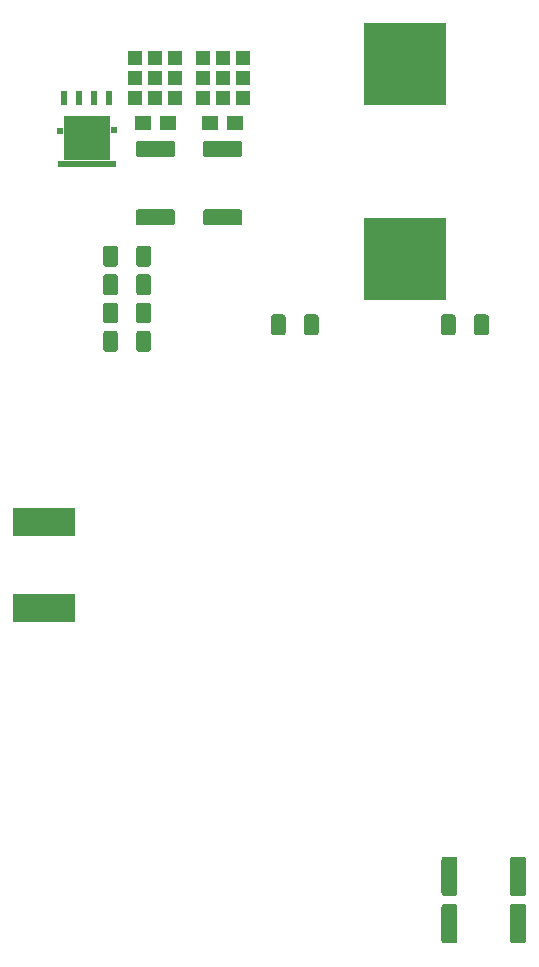
<source format=gbr>
G04 #@! TF.GenerationSoftware,KiCad,Pcbnew,(5.1.2)-2*
G04 #@! TF.CreationDate,2019-10-04T19:12:57-04:00*
G04 #@! TF.ProjectId,High_Current_Buck,48696768-5f43-4757-9272-656e745f4275,rev?*
G04 #@! TF.SameCoordinates,Original*
G04 #@! TF.FileFunction,Paste,Top*
G04 #@! TF.FilePolarity,Positive*
%FSLAX46Y46*%
G04 Gerber Fmt 4.6, Leading zero omitted, Abs format (unit mm)*
G04 Created by KiCad (PCBNEW (5.1.2)-2) date 2019-10-04 19:12:57*
%MOMM*%
%LPD*%
G04 APERTURE LIST*
%ADD10C,0.100000*%
%ADD11C,1.350000*%
%ADD12R,0.600000X0.610000*%
%ADD13R,4.000000X3.810000*%
%ADD14R,5.000000X0.510000*%
%ADD15R,0.610000X1.270000*%
%ADD16R,7.000000X7.000000*%
%ADD17R,5.334000X2.413000*%
%ADD18R,1.250000X1.200000*%
%ADD19R,1.400000X1.270000*%
%ADD20C,1.250000*%
G04 APERTURE END LIST*
D10*
G36*
X96549505Y-113026204D02*
G01*
X96573773Y-113029804D01*
X96597572Y-113035765D01*
X96620671Y-113044030D01*
X96642850Y-113054520D01*
X96663893Y-113067132D01*
X96683599Y-113081747D01*
X96701777Y-113098223D01*
X96718253Y-113116401D01*
X96732868Y-113136107D01*
X96745480Y-113157150D01*
X96755970Y-113179329D01*
X96764235Y-113202428D01*
X96770196Y-113226227D01*
X96773796Y-113250495D01*
X96775000Y-113274999D01*
X96775000Y-116125001D01*
X96773796Y-116149505D01*
X96770196Y-116173773D01*
X96764235Y-116197572D01*
X96755970Y-116220671D01*
X96745480Y-116242850D01*
X96732868Y-116263893D01*
X96718253Y-116283599D01*
X96701777Y-116301777D01*
X96683599Y-116318253D01*
X96663893Y-116332868D01*
X96642850Y-116345480D01*
X96620671Y-116355970D01*
X96597572Y-116364235D01*
X96573773Y-116370196D01*
X96549505Y-116373796D01*
X96525001Y-116375000D01*
X95674999Y-116375000D01*
X95650495Y-116373796D01*
X95626227Y-116370196D01*
X95602428Y-116364235D01*
X95579329Y-116355970D01*
X95557150Y-116345480D01*
X95536107Y-116332868D01*
X95516401Y-116318253D01*
X95498223Y-116301777D01*
X95481747Y-116283599D01*
X95467132Y-116263893D01*
X95454520Y-116242850D01*
X95444030Y-116220671D01*
X95435765Y-116197572D01*
X95429804Y-116173773D01*
X95426204Y-116149505D01*
X95425000Y-116125001D01*
X95425000Y-113274999D01*
X95426204Y-113250495D01*
X95429804Y-113226227D01*
X95435765Y-113202428D01*
X95444030Y-113179329D01*
X95454520Y-113157150D01*
X95467132Y-113136107D01*
X95481747Y-113116401D01*
X95498223Y-113098223D01*
X95516401Y-113081747D01*
X95536107Y-113067132D01*
X95557150Y-113054520D01*
X95579329Y-113044030D01*
X95602428Y-113035765D01*
X95626227Y-113029804D01*
X95650495Y-113026204D01*
X95674999Y-113025000D01*
X96525001Y-113025000D01*
X96549505Y-113026204D01*
X96549505Y-113026204D01*
G37*
D11*
X96100000Y-114700000D03*
D10*
G36*
X90749505Y-113026204D02*
G01*
X90773773Y-113029804D01*
X90797572Y-113035765D01*
X90820671Y-113044030D01*
X90842850Y-113054520D01*
X90863893Y-113067132D01*
X90883599Y-113081747D01*
X90901777Y-113098223D01*
X90918253Y-113116401D01*
X90932868Y-113136107D01*
X90945480Y-113157150D01*
X90955970Y-113179329D01*
X90964235Y-113202428D01*
X90970196Y-113226227D01*
X90973796Y-113250495D01*
X90975000Y-113274999D01*
X90975000Y-116125001D01*
X90973796Y-116149505D01*
X90970196Y-116173773D01*
X90964235Y-116197572D01*
X90955970Y-116220671D01*
X90945480Y-116242850D01*
X90932868Y-116263893D01*
X90918253Y-116283599D01*
X90901777Y-116301777D01*
X90883599Y-116318253D01*
X90863893Y-116332868D01*
X90842850Y-116345480D01*
X90820671Y-116355970D01*
X90797572Y-116364235D01*
X90773773Y-116370196D01*
X90749505Y-116373796D01*
X90725001Y-116375000D01*
X89874999Y-116375000D01*
X89850495Y-116373796D01*
X89826227Y-116370196D01*
X89802428Y-116364235D01*
X89779329Y-116355970D01*
X89757150Y-116345480D01*
X89736107Y-116332868D01*
X89716401Y-116318253D01*
X89698223Y-116301777D01*
X89681747Y-116283599D01*
X89667132Y-116263893D01*
X89654520Y-116242850D01*
X89644030Y-116220671D01*
X89635765Y-116197572D01*
X89629804Y-116173773D01*
X89626204Y-116149505D01*
X89625000Y-116125001D01*
X89625000Y-113274999D01*
X89626204Y-113250495D01*
X89629804Y-113226227D01*
X89635765Y-113202428D01*
X89644030Y-113179329D01*
X89654520Y-113157150D01*
X89667132Y-113136107D01*
X89681747Y-113116401D01*
X89698223Y-113098223D01*
X89716401Y-113081747D01*
X89736107Y-113067132D01*
X89757150Y-113054520D01*
X89779329Y-113044030D01*
X89802428Y-113035765D01*
X89826227Y-113029804D01*
X89850495Y-113026204D01*
X89874999Y-113025000D01*
X90725001Y-113025000D01*
X90749505Y-113026204D01*
X90749505Y-113026204D01*
G37*
D11*
X90300000Y-114700000D03*
D10*
G36*
X96549505Y-117026204D02*
G01*
X96573773Y-117029804D01*
X96597572Y-117035765D01*
X96620671Y-117044030D01*
X96642850Y-117054520D01*
X96663893Y-117067132D01*
X96683599Y-117081747D01*
X96701777Y-117098223D01*
X96718253Y-117116401D01*
X96732868Y-117136107D01*
X96745480Y-117157150D01*
X96755970Y-117179329D01*
X96764235Y-117202428D01*
X96770196Y-117226227D01*
X96773796Y-117250495D01*
X96775000Y-117274999D01*
X96775000Y-120125001D01*
X96773796Y-120149505D01*
X96770196Y-120173773D01*
X96764235Y-120197572D01*
X96755970Y-120220671D01*
X96745480Y-120242850D01*
X96732868Y-120263893D01*
X96718253Y-120283599D01*
X96701777Y-120301777D01*
X96683599Y-120318253D01*
X96663893Y-120332868D01*
X96642850Y-120345480D01*
X96620671Y-120355970D01*
X96597572Y-120364235D01*
X96573773Y-120370196D01*
X96549505Y-120373796D01*
X96525001Y-120375000D01*
X95674999Y-120375000D01*
X95650495Y-120373796D01*
X95626227Y-120370196D01*
X95602428Y-120364235D01*
X95579329Y-120355970D01*
X95557150Y-120345480D01*
X95536107Y-120332868D01*
X95516401Y-120318253D01*
X95498223Y-120301777D01*
X95481747Y-120283599D01*
X95467132Y-120263893D01*
X95454520Y-120242850D01*
X95444030Y-120220671D01*
X95435765Y-120197572D01*
X95429804Y-120173773D01*
X95426204Y-120149505D01*
X95425000Y-120125001D01*
X95425000Y-117274999D01*
X95426204Y-117250495D01*
X95429804Y-117226227D01*
X95435765Y-117202428D01*
X95444030Y-117179329D01*
X95454520Y-117157150D01*
X95467132Y-117136107D01*
X95481747Y-117116401D01*
X95498223Y-117098223D01*
X95516401Y-117081747D01*
X95536107Y-117067132D01*
X95557150Y-117054520D01*
X95579329Y-117044030D01*
X95602428Y-117035765D01*
X95626227Y-117029804D01*
X95650495Y-117026204D01*
X95674999Y-117025000D01*
X96525001Y-117025000D01*
X96549505Y-117026204D01*
X96549505Y-117026204D01*
G37*
D11*
X96100000Y-118700000D03*
D10*
G36*
X90749505Y-117026204D02*
G01*
X90773773Y-117029804D01*
X90797572Y-117035765D01*
X90820671Y-117044030D01*
X90842850Y-117054520D01*
X90863893Y-117067132D01*
X90883599Y-117081747D01*
X90901777Y-117098223D01*
X90918253Y-117116401D01*
X90932868Y-117136107D01*
X90945480Y-117157150D01*
X90955970Y-117179329D01*
X90964235Y-117202428D01*
X90970196Y-117226227D01*
X90973796Y-117250495D01*
X90975000Y-117274999D01*
X90975000Y-120125001D01*
X90973796Y-120149505D01*
X90970196Y-120173773D01*
X90964235Y-120197572D01*
X90955970Y-120220671D01*
X90945480Y-120242850D01*
X90932868Y-120263893D01*
X90918253Y-120283599D01*
X90901777Y-120301777D01*
X90883599Y-120318253D01*
X90863893Y-120332868D01*
X90842850Y-120345480D01*
X90820671Y-120355970D01*
X90797572Y-120364235D01*
X90773773Y-120370196D01*
X90749505Y-120373796D01*
X90725001Y-120375000D01*
X89874999Y-120375000D01*
X89850495Y-120373796D01*
X89826227Y-120370196D01*
X89802428Y-120364235D01*
X89779329Y-120355970D01*
X89757150Y-120345480D01*
X89736107Y-120332868D01*
X89716401Y-120318253D01*
X89698223Y-120301777D01*
X89681747Y-120283599D01*
X89667132Y-120263893D01*
X89654520Y-120242850D01*
X89644030Y-120220671D01*
X89635765Y-120197572D01*
X89629804Y-120173773D01*
X89626204Y-120149505D01*
X89625000Y-120125001D01*
X89625000Y-117274999D01*
X89626204Y-117250495D01*
X89629804Y-117226227D01*
X89635765Y-117202428D01*
X89644030Y-117179329D01*
X89654520Y-117157150D01*
X89667132Y-117136107D01*
X89681747Y-117116401D01*
X89698223Y-117098223D01*
X89716401Y-117081747D01*
X89736107Y-117067132D01*
X89757150Y-117054520D01*
X89779329Y-117044030D01*
X89802428Y-117035765D01*
X89826227Y-117029804D01*
X89850495Y-117026204D01*
X89874999Y-117025000D01*
X90725001Y-117025000D01*
X90749505Y-117026204D01*
X90749505Y-117026204D01*
G37*
D11*
X90300000Y-118700000D03*
D10*
G36*
X72549505Y-58226204D02*
G01*
X72573773Y-58229804D01*
X72597572Y-58235765D01*
X72620671Y-58244030D01*
X72642850Y-58254520D01*
X72663893Y-58267132D01*
X72683599Y-58281747D01*
X72701777Y-58298223D01*
X72718253Y-58316401D01*
X72732868Y-58336107D01*
X72745480Y-58357150D01*
X72755970Y-58379329D01*
X72764235Y-58402428D01*
X72770196Y-58426227D01*
X72773796Y-58450495D01*
X72775000Y-58474999D01*
X72775000Y-59325001D01*
X72773796Y-59349505D01*
X72770196Y-59373773D01*
X72764235Y-59397572D01*
X72755970Y-59420671D01*
X72745480Y-59442850D01*
X72732868Y-59463893D01*
X72718253Y-59483599D01*
X72701777Y-59501777D01*
X72683599Y-59518253D01*
X72663893Y-59532868D01*
X72642850Y-59545480D01*
X72620671Y-59555970D01*
X72597572Y-59564235D01*
X72573773Y-59570196D01*
X72549505Y-59573796D01*
X72525001Y-59575000D01*
X69674999Y-59575000D01*
X69650495Y-59573796D01*
X69626227Y-59570196D01*
X69602428Y-59564235D01*
X69579329Y-59555970D01*
X69557150Y-59545480D01*
X69536107Y-59532868D01*
X69516401Y-59518253D01*
X69498223Y-59501777D01*
X69481747Y-59483599D01*
X69467132Y-59463893D01*
X69454520Y-59442850D01*
X69444030Y-59420671D01*
X69435765Y-59397572D01*
X69429804Y-59373773D01*
X69426204Y-59349505D01*
X69425000Y-59325001D01*
X69425000Y-58474999D01*
X69426204Y-58450495D01*
X69429804Y-58426227D01*
X69435765Y-58402428D01*
X69444030Y-58379329D01*
X69454520Y-58357150D01*
X69467132Y-58336107D01*
X69481747Y-58316401D01*
X69498223Y-58298223D01*
X69516401Y-58281747D01*
X69536107Y-58267132D01*
X69557150Y-58254520D01*
X69579329Y-58244030D01*
X69602428Y-58235765D01*
X69626227Y-58229804D01*
X69650495Y-58226204D01*
X69674999Y-58225000D01*
X72525001Y-58225000D01*
X72549505Y-58226204D01*
X72549505Y-58226204D01*
G37*
D11*
X71100000Y-58900000D03*
D10*
G36*
X72549505Y-52426204D02*
G01*
X72573773Y-52429804D01*
X72597572Y-52435765D01*
X72620671Y-52444030D01*
X72642850Y-52454520D01*
X72663893Y-52467132D01*
X72683599Y-52481747D01*
X72701777Y-52498223D01*
X72718253Y-52516401D01*
X72732868Y-52536107D01*
X72745480Y-52557150D01*
X72755970Y-52579329D01*
X72764235Y-52602428D01*
X72770196Y-52626227D01*
X72773796Y-52650495D01*
X72775000Y-52674999D01*
X72775000Y-53525001D01*
X72773796Y-53549505D01*
X72770196Y-53573773D01*
X72764235Y-53597572D01*
X72755970Y-53620671D01*
X72745480Y-53642850D01*
X72732868Y-53663893D01*
X72718253Y-53683599D01*
X72701777Y-53701777D01*
X72683599Y-53718253D01*
X72663893Y-53732868D01*
X72642850Y-53745480D01*
X72620671Y-53755970D01*
X72597572Y-53764235D01*
X72573773Y-53770196D01*
X72549505Y-53773796D01*
X72525001Y-53775000D01*
X69674999Y-53775000D01*
X69650495Y-53773796D01*
X69626227Y-53770196D01*
X69602428Y-53764235D01*
X69579329Y-53755970D01*
X69557150Y-53745480D01*
X69536107Y-53732868D01*
X69516401Y-53718253D01*
X69498223Y-53701777D01*
X69481747Y-53683599D01*
X69467132Y-53663893D01*
X69454520Y-53642850D01*
X69444030Y-53620671D01*
X69435765Y-53597572D01*
X69429804Y-53573773D01*
X69426204Y-53549505D01*
X69425000Y-53525001D01*
X69425000Y-52674999D01*
X69426204Y-52650495D01*
X69429804Y-52626227D01*
X69435765Y-52602428D01*
X69444030Y-52579329D01*
X69454520Y-52557150D01*
X69467132Y-52536107D01*
X69481747Y-52516401D01*
X69498223Y-52498223D01*
X69516401Y-52481747D01*
X69536107Y-52467132D01*
X69557150Y-52454520D01*
X69579329Y-52444030D01*
X69602428Y-52435765D01*
X69626227Y-52429804D01*
X69650495Y-52426204D01*
X69674999Y-52425000D01*
X72525001Y-52425000D01*
X72549505Y-52426204D01*
X72549505Y-52426204D01*
G37*
D11*
X71100000Y-53100000D03*
D10*
G36*
X66849505Y-58226204D02*
G01*
X66873773Y-58229804D01*
X66897572Y-58235765D01*
X66920671Y-58244030D01*
X66942850Y-58254520D01*
X66963893Y-58267132D01*
X66983599Y-58281747D01*
X67001777Y-58298223D01*
X67018253Y-58316401D01*
X67032868Y-58336107D01*
X67045480Y-58357150D01*
X67055970Y-58379329D01*
X67064235Y-58402428D01*
X67070196Y-58426227D01*
X67073796Y-58450495D01*
X67075000Y-58474999D01*
X67075000Y-59325001D01*
X67073796Y-59349505D01*
X67070196Y-59373773D01*
X67064235Y-59397572D01*
X67055970Y-59420671D01*
X67045480Y-59442850D01*
X67032868Y-59463893D01*
X67018253Y-59483599D01*
X67001777Y-59501777D01*
X66983599Y-59518253D01*
X66963893Y-59532868D01*
X66942850Y-59545480D01*
X66920671Y-59555970D01*
X66897572Y-59564235D01*
X66873773Y-59570196D01*
X66849505Y-59573796D01*
X66825001Y-59575000D01*
X63974999Y-59575000D01*
X63950495Y-59573796D01*
X63926227Y-59570196D01*
X63902428Y-59564235D01*
X63879329Y-59555970D01*
X63857150Y-59545480D01*
X63836107Y-59532868D01*
X63816401Y-59518253D01*
X63798223Y-59501777D01*
X63781747Y-59483599D01*
X63767132Y-59463893D01*
X63754520Y-59442850D01*
X63744030Y-59420671D01*
X63735765Y-59397572D01*
X63729804Y-59373773D01*
X63726204Y-59349505D01*
X63725000Y-59325001D01*
X63725000Y-58474999D01*
X63726204Y-58450495D01*
X63729804Y-58426227D01*
X63735765Y-58402428D01*
X63744030Y-58379329D01*
X63754520Y-58357150D01*
X63767132Y-58336107D01*
X63781747Y-58316401D01*
X63798223Y-58298223D01*
X63816401Y-58281747D01*
X63836107Y-58267132D01*
X63857150Y-58254520D01*
X63879329Y-58244030D01*
X63902428Y-58235765D01*
X63926227Y-58229804D01*
X63950495Y-58226204D01*
X63974999Y-58225000D01*
X66825001Y-58225000D01*
X66849505Y-58226204D01*
X66849505Y-58226204D01*
G37*
D11*
X65400000Y-58900000D03*
D10*
G36*
X66849505Y-52426204D02*
G01*
X66873773Y-52429804D01*
X66897572Y-52435765D01*
X66920671Y-52444030D01*
X66942850Y-52454520D01*
X66963893Y-52467132D01*
X66983599Y-52481747D01*
X67001777Y-52498223D01*
X67018253Y-52516401D01*
X67032868Y-52536107D01*
X67045480Y-52557150D01*
X67055970Y-52579329D01*
X67064235Y-52602428D01*
X67070196Y-52626227D01*
X67073796Y-52650495D01*
X67075000Y-52674999D01*
X67075000Y-53525001D01*
X67073796Y-53549505D01*
X67070196Y-53573773D01*
X67064235Y-53597572D01*
X67055970Y-53620671D01*
X67045480Y-53642850D01*
X67032868Y-53663893D01*
X67018253Y-53683599D01*
X67001777Y-53701777D01*
X66983599Y-53718253D01*
X66963893Y-53732868D01*
X66942850Y-53745480D01*
X66920671Y-53755970D01*
X66897572Y-53764235D01*
X66873773Y-53770196D01*
X66849505Y-53773796D01*
X66825001Y-53775000D01*
X63974999Y-53775000D01*
X63950495Y-53773796D01*
X63926227Y-53770196D01*
X63902428Y-53764235D01*
X63879329Y-53755970D01*
X63857150Y-53745480D01*
X63836107Y-53732868D01*
X63816401Y-53718253D01*
X63798223Y-53701777D01*
X63781747Y-53683599D01*
X63767132Y-53663893D01*
X63754520Y-53642850D01*
X63744030Y-53620671D01*
X63735765Y-53597572D01*
X63729804Y-53573773D01*
X63726204Y-53549505D01*
X63725000Y-53525001D01*
X63725000Y-52674999D01*
X63726204Y-52650495D01*
X63729804Y-52626227D01*
X63735765Y-52602428D01*
X63744030Y-52579329D01*
X63754520Y-52557150D01*
X63767132Y-52536107D01*
X63781747Y-52516401D01*
X63798223Y-52498223D01*
X63816401Y-52481747D01*
X63836107Y-52467132D01*
X63857150Y-52454520D01*
X63879329Y-52444030D01*
X63902428Y-52435765D01*
X63926227Y-52429804D01*
X63950495Y-52426204D01*
X63974999Y-52425000D01*
X66825001Y-52425000D01*
X66849505Y-52426204D01*
X66849505Y-52426204D01*
G37*
D11*
X65400000Y-53100000D03*
D12*
X57355000Y-51615000D03*
X61855000Y-51515000D03*
D13*
X59605000Y-52205000D03*
D14*
X59605000Y-54365000D03*
D15*
X57700000Y-48800000D03*
X58970000Y-48800000D03*
X60240000Y-48800000D03*
X61510000Y-48800000D03*
D16*
X86500000Y-62400000D03*
X86500000Y-45900000D03*
D17*
X56000000Y-84700000D03*
X56000000Y-91940000D03*
D18*
X69400000Y-45440000D03*
X72800000Y-45440000D03*
X71100000Y-45440000D03*
X69400000Y-47100000D03*
X71100000Y-47100000D03*
X72800000Y-47100000D03*
X69400000Y-48790000D03*
X71100000Y-48790000D03*
X72800000Y-48790000D03*
D19*
X70060000Y-50905000D03*
X72140000Y-50905000D03*
D18*
X63700000Y-45440000D03*
X67100000Y-45440000D03*
X65400000Y-45440000D03*
X63700000Y-47100000D03*
X65400000Y-47100000D03*
X67100000Y-47100000D03*
X63700000Y-48790000D03*
X65400000Y-48790000D03*
X67100000Y-48790000D03*
D19*
X64360000Y-50905000D03*
X66440000Y-50905000D03*
D10*
G36*
X93399504Y-67126204D02*
G01*
X93423773Y-67129804D01*
X93447571Y-67135765D01*
X93470671Y-67144030D01*
X93492849Y-67154520D01*
X93513893Y-67167133D01*
X93533598Y-67181747D01*
X93551777Y-67198223D01*
X93568253Y-67216402D01*
X93582867Y-67236107D01*
X93595480Y-67257151D01*
X93605970Y-67279329D01*
X93614235Y-67302429D01*
X93620196Y-67326227D01*
X93623796Y-67350496D01*
X93625000Y-67375000D01*
X93625000Y-68625000D01*
X93623796Y-68649504D01*
X93620196Y-68673773D01*
X93614235Y-68697571D01*
X93605970Y-68720671D01*
X93595480Y-68742849D01*
X93582867Y-68763893D01*
X93568253Y-68783598D01*
X93551777Y-68801777D01*
X93533598Y-68818253D01*
X93513893Y-68832867D01*
X93492849Y-68845480D01*
X93470671Y-68855970D01*
X93447571Y-68864235D01*
X93423773Y-68870196D01*
X93399504Y-68873796D01*
X93375000Y-68875000D01*
X92625000Y-68875000D01*
X92600496Y-68873796D01*
X92576227Y-68870196D01*
X92552429Y-68864235D01*
X92529329Y-68855970D01*
X92507151Y-68845480D01*
X92486107Y-68832867D01*
X92466402Y-68818253D01*
X92448223Y-68801777D01*
X92431747Y-68783598D01*
X92417133Y-68763893D01*
X92404520Y-68742849D01*
X92394030Y-68720671D01*
X92385765Y-68697571D01*
X92379804Y-68673773D01*
X92376204Y-68649504D01*
X92375000Y-68625000D01*
X92375000Y-67375000D01*
X92376204Y-67350496D01*
X92379804Y-67326227D01*
X92385765Y-67302429D01*
X92394030Y-67279329D01*
X92404520Y-67257151D01*
X92417133Y-67236107D01*
X92431747Y-67216402D01*
X92448223Y-67198223D01*
X92466402Y-67181747D01*
X92486107Y-67167133D01*
X92507151Y-67154520D01*
X92529329Y-67144030D01*
X92552429Y-67135765D01*
X92576227Y-67129804D01*
X92600496Y-67126204D01*
X92625000Y-67125000D01*
X93375000Y-67125000D01*
X93399504Y-67126204D01*
X93399504Y-67126204D01*
G37*
D20*
X93000000Y-68000000D03*
D10*
G36*
X90599504Y-67126204D02*
G01*
X90623773Y-67129804D01*
X90647571Y-67135765D01*
X90670671Y-67144030D01*
X90692849Y-67154520D01*
X90713893Y-67167133D01*
X90733598Y-67181747D01*
X90751777Y-67198223D01*
X90768253Y-67216402D01*
X90782867Y-67236107D01*
X90795480Y-67257151D01*
X90805970Y-67279329D01*
X90814235Y-67302429D01*
X90820196Y-67326227D01*
X90823796Y-67350496D01*
X90825000Y-67375000D01*
X90825000Y-68625000D01*
X90823796Y-68649504D01*
X90820196Y-68673773D01*
X90814235Y-68697571D01*
X90805970Y-68720671D01*
X90795480Y-68742849D01*
X90782867Y-68763893D01*
X90768253Y-68783598D01*
X90751777Y-68801777D01*
X90733598Y-68818253D01*
X90713893Y-68832867D01*
X90692849Y-68845480D01*
X90670671Y-68855970D01*
X90647571Y-68864235D01*
X90623773Y-68870196D01*
X90599504Y-68873796D01*
X90575000Y-68875000D01*
X89825000Y-68875000D01*
X89800496Y-68873796D01*
X89776227Y-68870196D01*
X89752429Y-68864235D01*
X89729329Y-68855970D01*
X89707151Y-68845480D01*
X89686107Y-68832867D01*
X89666402Y-68818253D01*
X89648223Y-68801777D01*
X89631747Y-68783598D01*
X89617133Y-68763893D01*
X89604520Y-68742849D01*
X89594030Y-68720671D01*
X89585765Y-68697571D01*
X89579804Y-68673773D01*
X89576204Y-68649504D01*
X89575000Y-68625000D01*
X89575000Y-67375000D01*
X89576204Y-67350496D01*
X89579804Y-67326227D01*
X89585765Y-67302429D01*
X89594030Y-67279329D01*
X89604520Y-67257151D01*
X89617133Y-67236107D01*
X89631747Y-67216402D01*
X89648223Y-67198223D01*
X89666402Y-67181747D01*
X89686107Y-67167133D01*
X89707151Y-67154520D01*
X89729329Y-67144030D01*
X89752429Y-67135765D01*
X89776227Y-67129804D01*
X89800496Y-67126204D01*
X89825000Y-67125000D01*
X90575000Y-67125000D01*
X90599504Y-67126204D01*
X90599504Y-67126204D01*
G37*
D20*
X90200000Y-68000000D03*
D10*
G36*
X76199504Y-67126204D02*
G01*
X76223773Y-67129804D01*
X76247571Y-67135765D01*
X76270671Y-67144030D01*
X76292849Y-67154520D01*
X76313893Y-67167133D01*
X76333598Y-67181747D01*
X76351777Y-67198223D01*
X76368253Y-67216402D01*
X76382867Y-67236107D01*
X76395480Y-67257151D01*
X76405970Y-67279329D01*
X76414235Y-67302429D01*
X76420196Y-67326227D01*
X76423796Y-67350496D01*
X76425000Y-67375000D01*
X76425000Y-68625000D01*
X76423796Y-68649504D01*
X76420196Y-68673773D01*
X76414235Y-68697571D01*
X76405970Y-68720671D01*
X76395480Y-68742849D01*
X76382867Y-68763893D01*
X76368253Y-68783598D01*
X76351777Y-68801777D01*
X76333598Y-68818253D01*
X76313893Y-68832867D01*
X76292849Y-68845480D01*
X76270671Y-68855970D01*
X76247571Y-68864235D01*
X76223773Y-68870196D01*
X76199504Y-68873796D01*
X76175000Y-68875000D01*
X75425000Y-68875000D01*
X75400496Y-68873796D01*
X75376227Y-68870196D01*
X75352429Y-68864235D01*
X75329329Y-68855970D01*
X75307151Y-68845480D01*
X75286107Y-68832867D01*
X75266402Y-68818253D01*
X75248223Y-68801777D01*
X75231747Y-68783598D01*
X75217133Y-68763893D01*
X75204520Y-68742849D01*
X75194030Y-68720671D01*
X75185765Y-68697571D01*
X75179804Y-68673773D01*
X75176204Y-68649504D01*
X75175000Y-68625000D01*
X75175000Y-67375000D01*
X75176204Y-67350496D01*
X75179804Y-67326227D01*
X75185765Y-67302429D01*
X75194030Y-67279329D01*
X75204520Y-67257151D01*
X75217133Y-67236107D01*
X75231747Y-67216402D01*
X75248223Y-67198223D01*
X75266402Y-67181747D01*
X75286107Y-67167133D01*
X75307151Y-67154520D01*
X75329329Y-67144030D01*
X75352429Y-67135765D01*
X75376227Y-67129804D01*
X75400496Y-67126204D01*
X75425000Y-67125000D01*
X76175000Y-67125000D01*
X76199504Y-67126204D01*
X76199504Y-67126204D01*
G37*
D20*
X75800000Y-68000000D03*
D10*
G36*
X78999504Y-67126204D02*
G01*
X79023773Y-67129804D01*
X79047571Y-67135765D01*
X79070671Y-67144030D01*
X79092849Y-67154520D01*
X79113893Y-67167133D01*
X79133598Y-67181747D01*
X79151777Y-67198223D01*
X79168253Y-67216402D01*
X79182867Y-67236107D01*
X79195480Y-67257151D01*
X79205970Y-67279329D01*
X79214235Y-67302429D01*
X79220196Y-67326227D01*
X79223796Y-67350496D01*
X79225000Y-67375000D01*
X79225000Y-68625000D01*
X79223796Y-68649504D01*
X79220196Y-68673773D01*
X79214235Y-68697571D01*
X79205970Y-68720671D01*
X79195480Y-68742849D01*
X79182867Y-68763893D01*
X79168253Y-68783598D01*
X79151777Y-68801777D01*
X79133598Y-68818253D01*
X79113893Y-68832867D01*
X79092849Y-68845480D01*
X79070671Y-68855970D01*
X79047571Y-68864235D01*
X79023773Y-68870196D01*
X78999504Y-68873796D01*
X78975000Y-68875000D01*
X78225000Y-68875000D01*
X78200496Y-68873796D01*
X78176227Y-68870196D01*
X78152429Y-68864235D01*
X78129329Y-68855970D01*
X78107151Y-68845480D01*
X78086107Y-68832867D01*
X78066402Y-68818253D01*
X78048223Y-68801777D01*
X78031747Y-68783598D01*
X78017133Y-68763893D01*
X78004520Y-68742849D01*
X77994030Y-68720671D01*
X77985765Y-68697571D01*
X77979804Y-68673773D01*
X77976204Y-68649504D01*
X77975000Y-68625000D01*
X77975000Y-67375000D01*
X77976204Y-67350496D01*
X77979804Y-67326227D01*
X77985765Y-67302429D01*
X77994030Y-67279329D01*
X78004520Y-67257151D01*
X78017133Y-67236107D01*
X78031747Y-67216402D01*
X78048223Y-67198223D01*
X78066402Y-67181747D01*
X78086107Y-67167133D01*
X78107151Y-67154520D01*
X78129329Y-67144030D01*
X78152429Y-67135765D01*
X78176227Y-67129804D01*
X78200496Y-67126204D01*
X78225000Y-67125000D01*
X78975000Y-67125000D01*
X78999504Y-67126204D01*
X78999504Y-67126204D01*
G37*
D20*
X78600000Y-68000000D03*
D10*
G36*
X64799504Y-61326204D02*
G01*
X64823773Y-61329804D01*
X64847571Y-61335765D01*
X64870671Y-61344030D01*
X64892849Y-61354520D01*
X64913893Y-61367133D01*
X64933598Y-61381747D01*
X64951777Y-61398223D01*
X64968253Y-61416402D01*
X64982867Y-61436107D01*
X64995480Y-61457151D01*
X65005970Y-61479329D01*
X65014235Y-61502429D01*
X65020196Y-61526227D01*
X65023796Y-61550496D01*
X65025000Y-61575000D01*
X65025000Y-62825000D01*
X65023796Y-62849504D01*
X65020196Y-62873773D01*
X65014235Y-62897571D01*
X65005970Y-62920671D01*
X64995480Y-62942849D01*
X64982867Y-62963893D01*
X64968253Y-62983598D01*
X64951777Y-63001777D01*
X64933598Y-63018253D01*
X64913893Y-63032867D01*
X64892849Y-63045480D01*
X64870671Y-63055970D01*
X64847571Y-63064235D01*
X64823773Y-63070196D01*
X64799504Y-63073796D01*
X64775000Y-63075000D01*
X64025000Y-63075000D01*
X64000496Y-63073796D01*
X63976227Y-63070196D01*
X63952429Y-63064235D01*
X63929329Y-63055970D01*
X63907151Y-63045480D01*
X63886107Y-63032867D01*
X63866402Y-63018253D01*
X63848223Y-63001777D01*
X63831747Y-62983598D01*
X63817133Y-62963893D01*
X63804520Y-62942849D01*
X63794030Y-62920671D01*
X63785765Y-62897571D01*
X63779804Y-62873773D01*
X63776204Y-62849504D01*
X63775000Y-62825000D01*
X63775000Y-61575000D01*
X63776204Y-61550496D01*
X63779804Y-61526227D01*
X63785765Y-61502429D01*
X63794030Y-61479329D01*
X63804520Y-61457151D01*
X63817133Y-61436107D01*
X63831747Y-61416402D01*
X63848223Y-61398223D01*
X63866402Y-61381747D01*
X63886107Y-61367133D01*
X63907151Y-61354520D01*
X63929329Y-61344030D01*
X63952429Y-61335765D01*
X63976227Y-61329804D01*
X64000496Y-61326204D01*
X64025000Y-61325000D01*
X64775000Y-61325000D01*
X64799504Y-61326204D01*
X64799504Y-61326204D01*
G37*
D20*
X64400000Y-62200000D03*
D10*
G36*
X61999504Y-61326204D02*
G01*
X62023773Y-61329804D01*
X62047571Y-61335765D01*
X62070671Y-61344030D01*
X62092849Y-61354520D01*
X62113893Y-61367133D01*
X62133598Y-61381747D01*
X62151777Y-61398223D01*
X62168253Y-61416402D01*
X62182867Y-61436107D01*
X62195480Y-61457151D01*
X62205970Y-61479329D01*
X62214235Y-61502429D01*
X62220196Y-61526227D01*
X62223796Y-61550496D01*
X62225000Y-61575000D01*
X62225000Y-62825000D01*
X62223796Y-62849504D01*
X62220196Y-62873773D01*
X62214235Y-62897571D01*
X62205970Y-62920671D01*
X62195480Y-62942849D01*
X62182867Y-62963893D01*
X62168253Y-62983598D01*
X62151777Y-63001777D01*
X62133598Y-63018253D01*
X62113893Y-63032867D01*
X62092849Y-63045480D01*
X62070671Y-63055970D01*
X62047571Y-63064235D01*
X62023773Y-63070196D01*
X61999504Y-63073796D01*
X61975000Y-63075000D01*
X61225000Y-63075000D01*
X61200496Y-63073796D01*
X61176227Y-63070196D01*
X61152429Y-63064235D01*
X61129329Y-63055970D01*
X61107151Y-63045480D01*
X61086107Y-63032867D01*
X61066402Y-63018253D01*
X61048223Y-63001777D01*
X61031747Y-62983598D01*
X61017133Y-62963893D01*
X61004520Y-62942849D01*
X60994030Y-62920671D01*
X60985765Y-62897571D01*
X60979804Y-62873773D01*
X60976204Y-62849504D01*
X60975000Y-62825000D01*
X60975000Y-61575000D01*
X60976204Y-61550496D01*
X60979804Y-61526227D01*
X60985765Y-61502429D01*
X60994030Y-61479329D01*
X61004520Y-61457151D01*
X61017133Y-61436107D01*
X61031747Y-61416402D01*
X61048223Y-61398223D01*
X61066402Y-61381747D01*
X61086107Y-61367133D01*
X61107151Y-61354520D01*
X61129329Y-61344030D01*
X61152429Y-61335765D01*
X61176227Y-61329804D01*
X61200496Y-61326204D01*
X61225000Y-61325000D01*
X61975000Y-61325000D01*
X61999504Y-61326204D01*
X61999504Y-61326204D01*
G37*
D20*
X61600000Y-62200000D03*
D10*
G36*
X64799504Y-63726204D02*
G01*
X64823773Y-63729804D01*
X64847571Y-63735765D01*
X64870671Y-63744030D01*
X64892849Y-63754520D01*
X64913893Y-63767133D01*
X64933598Y-63781747D01*
X64951777Y-63798223D01*
X64968253Y-63816402D01*
X64982867Y-63836107D01*
X64995480Y-63857151D01*
X65005970Y-63879329D01*
X65014235Y-63902429D01*
X65020196Y-63926227D01*
X65023796Y-63950496D01*
X65025000Y-63975000D01*
X65025000Y-65225000D01*
X65023796Y-65249504D01*
X65020196Y-65273773D01*
X65014235Y-65297571D01*
X65005970Y-65320671D01*
X64995480Y-65342849D01*
X64982867Y-65363893D01*
X64968253Y-65383598D01*
X64951777Y-65401777D01*
X64933598Y-65418253D01*
X64913893Y-65432867D01*
X64892849Y-65445480D01*
X64870671Y-65455970D01*
X64847571Y-65464235D01*
X64823773Y-65470196D01*
X64799504Y-65473796D01*
X64775000Y-65475000D01*
X64025000Y-65475000D01*
X64000496Y-65473796D01*
X63976227Y-65470196D01*
X63952429Y-65464235D01*
X63929329Y-65455970D01*
X63907151Y-65445480D01*
X63886107Y-65432867D01*
X63866402Y-65418253D01*
X63848223Y-65401777D01*
X63831747Y-65383598D01*
X63817133Y-65363893D01*
X63804520Y-65342849D01*
X63794030Y-65320671D01*
X63785765Y-65297571D01*
X63779804Y-65273773D01*
X63776204Y-65249504D01*
X63775000Y-65225000D01*
X63775000Y-63975000D01*
X63776204Y-63950496D01*
X63779804Y-63926227D01*
X63785765Y-63902429D01*
X63794030Y-63879329D01*
X63804520Y-63857151D01*
X63817133Y-63836107D01*
X63831747Y-63816402D01*
X63848223Y-63798223D01*
X63866402Y-63781747D01*
X63886107Y-63767133D01*
X63907151Y-63754520D01*
X63929329Y-63744030D01*
X63952429Y-63735765D01*
X63976227Y-63729804D01*
X64000496Y-63726204D01*
X64025000Y-63725000D01*
X64775000Y-63725000D01*
X64799504Y-63726204D01*
X64799504Y-63726204D01*
G37*
D20*
X64400000Y-64600000D03*
D10*
G36*
X61999504Y-63726204D02*
G01*
X62023773Y-63729804D01*
X62047571Y-63735765D01*
X62070671Y-63744030D01*
X62092849Y-63754520D01*
X62113893Y-63767133D01*
X62133598Y-63781747D01*
X62151777Y-63798223D01*
X62168253Y-63816402D01*
X62182867Y-63836107D01*
X62195480Y-63857151D01*
X62205970Y-63879329D01*
X62214235Y-63902429D01*
X62220196Y-63926227D01*
X62223796Y-63950496D01*
X62225000Y-63975000D01*
X62225000Y-65225000D01*
X62223796Y-65249504D01*
X62220196Y-65273773D01*
X62214235Y-65297571D01*
X62205970Y-65320671D01*
X62195480Y-65342849D01*
X62182867Y-65363893D01*
X62168253Y-65383598D01*
X62151777Y-65401777D01*
X62133598Y-65418253D01*
X62113893Y-65432867D01*
X62092849Y-65445480D01*
X62070671Y-65455970D01*
X62047571Y-65464235D01*
X62023773Y-65470196D01*
X61999504Y-65473796D01*
X61975000Y-65475000D01*
X61225000Y-65475000D01*
X61200496Y-65473796D01*
X61176227Y-65470196D01*
X61152429Y-65464235D01*
X61129329Y-65455970D01*
X61107151Y-65445480D01*
X61086107Y-65432867D01*
X61066402Y-65418253D01*
X61048223Y-65401777D01*
X61031747Y-65383598D01*
X61017133Y-65363893D01*
X61004520Y-65342849D01*
X60994030Y-65320671D01*
X60985765Y-65297571D01*
X60979804Y-65273773D01*
X60976204Y-65249504D01*
X60975000Y-65225000D01*
X60975000Y-63975000D01*
X60976204Y-63950496D01*
X60979804Y-63926227D01*
X60985765Y-63902429D01*
X60994030Y-63879329D01*
X61004520Y-63857151D01*
X61017133Y-63836107D01*
X61031747Y-63816402D01*
X61048223Y-63798223D01*
X61066402Y-63781747D01*
X61086107Y-63767133D01*
X61107151Y-63754520D01*
X61129329Y-63744030D01*
X61152429Y-63735765D01*
X61176227Y-63729804D01*
X61200496Y-63726204D01*
X61225000Y-63725000D01*
X61975000Y-63725000D01*
X61999504Y-63726204D01*
X61999504Y-63726204D01*
G37*
D20*
X61600000Y-64600000D03*
D10*
G36*
X64799504Y-66126204D02*
G01*
X64823773Y-66129804D01*
X64847571Y-66135765D01*
X64870671Y-66144030D01*
X64892849Y-66154520D01*
X64913893Y-66167133D01*
X64933598Y-66181747D01*
X64951777Y-66198223D01*
X64968253Y-66216402D01*
X64982867Y-66236107D01*
X64995480Y-66257151D01*
X65005970Y-66279329D01*
X65014235Y-66302429D01*
X65020196Y-66326227D01*
X65023796Y-66350496D01*
X65025000Y-66375000D01*
X65025000Y-67625000D01*
X65023796Y-67649504D01*
X65020196Y-67673773D01*
X65014235Y-67697571D01*
X65005970Y-67720671D01*
X64995480Y-67742849D01*
X64982867Y-67763893D01*
X64968253Y-67783598D01*
X64951777Y-67801777D01*
X64933598Y-67818253D01*
X64913893Y-67832867D01*
X64892849Y-67845480D01*
X64870671Y-67855970D01*
X64847571Y-67864235D01*
X64823773Y-67870196D01*
X64799504Y-67873796D01*
X64775000Y-67875000D01*
X64025000Y-67875000D01*
X64000496Y-67873796D01*
X63976227Y-67870196D01*
X63952429Y-67864235D01*
X63929329Y-67855970D01*
X63907151Y-67845480D01*
X63886107Y-67832867D01*
X63866402Y-67818253D01*
X63848223Y-67801777D01*
X63831747Y-67783598D01*
X63817133Y-67763893D01*
X63804520Y-67742849D01*
X63794030Y-67720671D01*
X63785765Y-67697571D01*
X63779804Y-67673773D01*
X63776204Y-67649504D01*
X63775000Y-67625000D01*
X63775000Y-66375000D01*
X63776204Y-66350496D01*
X63779804Y-66326227D01*
X63785765Y-66302429D01*
X63794030Y-66279329D01*
X63804520Y-66257151D01*
X63817133Y-66236107D01*
X63831747Y-66216402D01*
X63848223Y-66198223D01*
X63866402Y-66181747D01*
X63886107Y-66167133D01*
X63907151Y-66154520D01*
X63929329Y-66144030D01*
X63952429Y-66135765D01*
X63976227Y-66129804D01*
X64000496Y-66126204D01*
X64025000Y-66125000D01*
X64775000Y-66125000D01*
X64799504Y-66126204D01*
X64799504Y-66126204D01*
G37*
D20*
X64400000Y-67000000D03*
D10*
G36*
X61999504Y-66126204D02*
G01*
X62023773Y-66129804D01*
X62047571Y-66135765D01*
X62070671Y-66144030D01*
X62092849Y-66154520D01*
X62113893Y-66167133D01*
X62133598Y-66181747D01*
X62151777Y-66198223D01*
X62168253Y-66216402D01*
X62182867Y-66236107D01*
X62195480Y-66257151D01*
X62205970Y-66279329D01*
X62214235Y-66302429D01*
X62220196Y-66326227D01*
X62223796Y-66350496D01*
X62225000Y-66375000D01*
X62225000Y-67625000D01*
X62223796Y-67649504D01*
X62220196Y-67673773D01*
X62214235Y-67697571D01*
X62205970Y-67720671D01*
X62195480Y-67742849D01*
X62182867Y-67763893D01*
X62168253Y-67783598D01*
X62151777Y-67801777D01*
X62133598Y-67818253D01*
X62113893Y-67832867D01*
X62092849Y-67845480D01*
X62070671Y-67855970D01*
X62047571Y-67864235D01*
X62023773Y-67870196D01*
X61999504Y-67873796D01*
X61975000Y-67875000D01*
X61225000Y-67875000D01*
X61200496Y-67873796D01*
X61176227Y-67870196D01*
X61152429Y-67864235D01*
X61129329Y-67855970D01*
X61107151Y-67845480D01*
X61086107Y-67832867D01*
X61066402Y-67818253D01*
X61048223Y-67801777D01*
X61031747Y-67783598D01*
X61017133Y-67763893D01*
X61004520Y-67742849D01*
X60994030Y-67720671D01*
X60985765Y-67697571D01*
X60979804Y-67673773D01*
X60976204Y-67649504D01*
X60975000Y-67625000D01*
X60975000Y-66375000D01*
X60976204Y-66350496D01*
X60979804Y-66326227D01*
X60985765Y-66302429D01*
X60994030Y-66279329D01*
X61004520Y-66257151D01*
X61017133Y-66236107D01*
X61031747Y-66216402D01*
X61048223Y-66198223D01*
X61066402Y-66181747D01*
X61086107Y-66167133D01*
X61107151Y-66154520D01*
X61129329Y-66144030D01*
X61152429Y-66135765D01*
X61176227Y-66129804D01*
X61200496Y-66126204D01*
X61225000Y-66125000D01*
X61975000Y-66125000D01*
X61999504Y-66126204D01*
X61999504Y-66126204D01*
G37*
D20*
X61600000Y-67000000D03*
D10*
G36*
X64799504Y-68526204D02*
G01*
X64823773Y-68529804D01*
X64847571Y-68535765D01*
X64870671Y-68544030D01*
X64892849Y-68554520D01*
X64913893Y-68567133D01*
X64933598Y-68581747D01*
X64951777Y-68598223D01*
X64968253Y-68616402D01*
X64982867Y-68636107D01*
X64995480Y-68657151D01*
X65005970Y-68679329D01*
X65014235Y-68702429D01*
X65020196Y-68726227D01*
X65023796Y-68750496D01*
X65025000Y-68775000D01*
X65025000Y-70025000D01*
X65023796Y-70049504D01*
X65020196Y-70073773D01*
X65014235Y-70097571D01*
X65005970Y-70120671D01*
X64995480Y-70142849D01*
X64982867Y-70163893D01*
X64968253Y-70183598D01*
X64951777Y-70201777D01*
X64933598Y-70218253D01*
X64913893Y-70232867D01*
X64892849Y-70245480D01*
X64870671Y-70255970D01*
X64847571Y-70264235D01*
X64823773Y-70270196D01*
X64799504Y-70273796D01*
X64775000Y-70275000D01*
X64025000Y-70275000D01*
X64000496Y-70273796D01*
X63976227Y-70270196D01*
X63952429Y-70264235D01*
X63929329Y-70255970D01*
X63907151Y-70245480D01*
X63886107Y-70232867D01*
X63866402Y-70218253D01*
X63848223Y-70201777D01*
X63831747Y-70183598D01*
X63817133Y-70163893D01*
X63804520Y-70142849D01*
X63794030Y-70120671D01*
X63785765Y-70097571D01*
X63779804Y-70073773D01*
X63776204Y-70049504D01*
X63775000Y-70025000D01*
X63775000Y-68775000D01*
X63776204Y-68750496D01*
X63779804Y-68726227D01*
X63785765Y-68702429D01*
X63794030Y-68679329D01*
X63804520Y-68657151D01*
X63817133Y-68636107D01*
X63831747Y-68616402D01*
X63848223Y-68598223D01*
X63866402Y-68581747D01*
X63886107Y-68567133D01*
X63907151Y-68554520D01*
X63929329Y-68544030D01*
X63952429Y-68535765D01*
X63976227Y-68529804D01*
X64000496Y-68526204D01*
X64025000Y-68525000D01*
X64775000Y-68525000D01*
X64799504Y-68526204D01*
X64799504Y-68526204D01*
G37*
D20*
X64400000Y-69400000D03*
D10*
G36*
X61999504Y-68526204D02*
G01*
X62023773Y-68529804D01*
X62047571Y-68535765D01*
X62070671Y-68544030D01*
X62092849Y-68554520D01*
X62113893Y-68567133D01*
X62133598Y-68581747D01*
X62151777Y-68598223D01*
X62168253Y-68616402D01*
X62182867Y-68636107D01*
X62195480Y-68657151D01*
X62205970Y-68679329D01*
X62214235Y-68702429D01*
X62220196Y-68726227D01*
X62223796Y-68750496D01*
X62225000Y-68775000D01*
X62225000Y-70025000D01*
X62223796Y-70049504D01*
X62220196Y-70073773D01*
X62214235Y-70097571D01*
X62205970Y-70120671D01*
X62195480Y-70142849D01*
X62182867Y-70163893D01*
X62168253Y-70183598D01*
X62151777Y-70201777D01*
X62133598Y-70218253D01*
X62113893Y-70232867D01*
X62092849Y-70245480D01*
X62070671Y-70255970D01*
X62047571Y-70264235D01*
X62023773Y-70270196D01*
X61999504Y-70273796D01*
X61975000Y-70275000D01*
X61225000Y-70275000D01*
X61200496Y-70273796D01*
X61176227Y-70270196D01*
X61152429Y-70264235D01*
X61129329Y-70255970D01*
X61107151Y-70245480D01*
X61086107Y-70232867D01*
X61066402Y-70218253D01*
X61048223Y-70201777D01*
X61031747Y-70183598D01*
X61017133Y-70163893D01*
X61004520Y-70142849D01*
X60994030Y-70120671D01*
X60985765Y-70097571D01*
X60979804Y-70073773D01*
X60976204Y-70049504D01*
X60975000Y-70025000D01*
X60975000Y-68775000D01*
X60976204Y-68750496D01*
X60979804Y-68726227D01*
X60985765Y-68702429D01*
X60994030Y-68679329D01*
X61004520Y-68657151D01*
X61017133Y-68636107D01*
X61031747Y-68616402D01*
X61048223Y-68598223D01*
X61066402Y-68581747D01*
X61086107Y-68567133D01*
X61107151Y-68554520D01*
X61129329Y-68544030D01*
X61152429Y-68535765D01*
X61176227Y-68529804D01*
X61200496Y-68526204D01*
X61225000Y-68525000D01*
X61975000Y-68525000D01*
X61999504Y-68526204D01*
X61999504Y-68526204D01*
G37*
D20*
X61600000Y-69400000D03*
M02*

</source>
